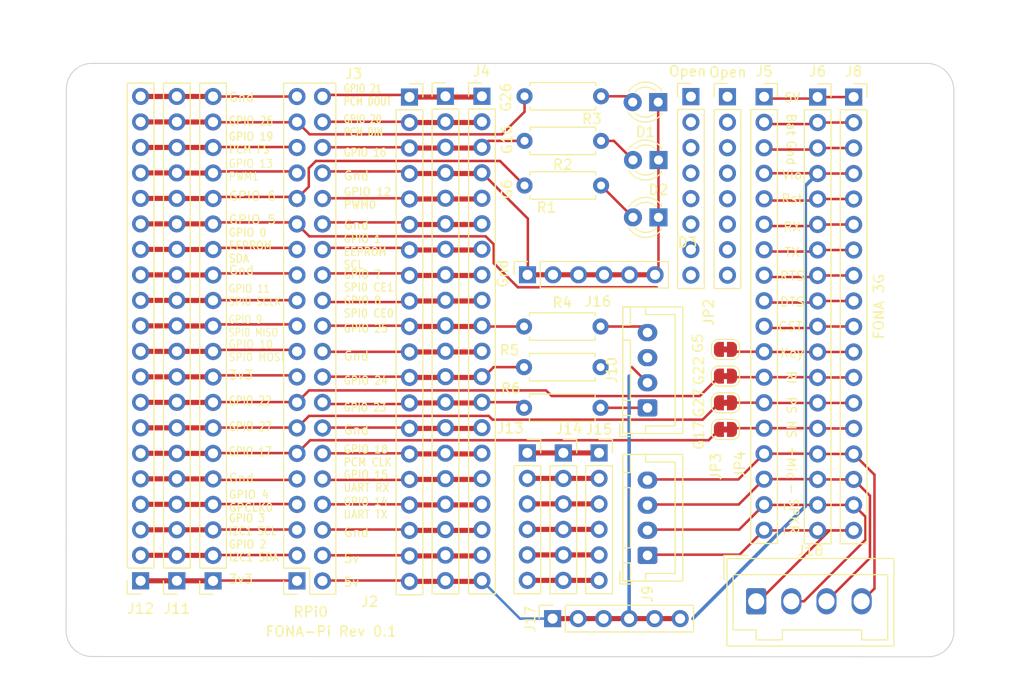
<source format=kicad_pcb>
(kicad_pcb (version 20221018) (generator pcbnew)
  (layers (0 "F.Cu" signal) (31 "B.Cu" signal) (34 "B.Paste" user) (35 "F.Paste" user) (36 "B.SilkS" user "B.Silkscreen") (37 "F.SilkS" user "F.Silkscreen") (38 "B.Mask" user) (39 "F.Mask" user) (44 "Edge.Cuts" user))
  (net 0 "")
  (net 1 "Net-(J1-Pin_2)")
  (net 2 "Net-(J1-Pin_1)")
  (net 3 "Net-(J1-Pin_4)")
  (net 4 "Net-(J1-Pin_6)")
  (net 5 "Net-(J1-Pin_8)")
  (net 6 "Net-(J1-Pin_10)")
  (net 7 "Net-(J1-Pin_12)")
  (net 8 "Net-(J1-Pin_14)")
  (net 9 "Net-(J1-Pin_16)")
  (net 10 "Net-(J1-Pin_18)")
  (net 11 "Net-(J1-Pin_3)")
  (net 12 "Net-(J1-Pin_5)")
  (net 13 "Net-(J1-Pin_7)")
  (net 14 "Net-(J1-Pin_9)")
  (net 15 "Net-(J1-Pin_11)")
  (net 16 "Net-(J1-Pin_13)")
  (net 17 "Net-(J1-Pin_17)")
  (net 18 "Net-(J1-Pin_19)")
  (net 19 "Net-(J1-Pin_20)")
  (net 20 "Net-(J2-Pin_38)")
  (net 21 "Net-(J2-Pin_30)")
  (net 22 "Net-(J2-Pin_28)")
  (net 23 "Net-(J2-Pin_26)")
  (net 24 "Net-(J2-Pin_24)")
  (net 25 "Net-(J2-Pin_16)")
  (net 26 "Net-(D1-A)")
  (net 27 "Net-(D2-A)")
  (net 28 "Net-(D3-A)")
  (net 29 "Net-(J10-Pin_2)")
  (net 30 "Net-(J10-Pin_1)")
  (net 31 "Net-(J10-Pin_4)")
  (net 32 "Net-(J18-Pin_1)")
  (net 33 "Net-(J5-Pin_1)")
  (net 34 "Net-(J5-Pin_2)")
  (net 35 "Net-(J5-Pin_3)")
  (net 36 "Net-(J5-Pin_5)")
  (net 37 "Net-(J5-Pin_8)")
  (net 38 "Net-(J5-Pin_9)")
  (net 39 "Net-(J5-Pin_10)")
  (net 40 "Net-(J5-Pin_12)")
  (net 41 "Net-(J5-Pin_13)")
  (net 42 "Net-(J5-Pin_14)")
  (net 43 "Net-(J2-Pin_14)")
  (net 44 "Net-(J2-Pin_40)")
  (net 45 "Net-(J2-Pin_36)")
  (net 46 "Net-(J2-Pin_32)")
  (net 47 "Net-(J2-Pin_20)")
  (net 48 "Net-(J2-Pin_18)")
  (net 49 "Net-(J2-Pin_22)")
  (net 50 "Net-(J13-Pin_2)")
  (net 51 "Net-(J13-Pin_3)")
  (net 52 "Net-(J13-Pin_4)")
  (net 53 "Net-(J13-Pin_5)")
  (net 54 "Net-(J13-Pin_6)")
  (net 55 "Net-(J2-Pin_12)")
  (net 56 "Net-(J2-Pin_10)")
  (net 57 "Net-(J2-Pin_8)")
  (net 58 "Net-(J2-Pin_6)")
  (net 59 "Net-(J2-Pin_4)")
  (net 60 "Net-(J18-Pin_4)")
  (net 61 "Net-(J18-Pin_3)")
  (net 62 "Net-(J18-Pin_2)")
  (net 63 "Net-(J10-Pin_3)")
  (net 64 "Net-(J13-Pin_1)")
  (net 65 "Net-(D1-K)")
  (net 66 "Net-(G5-A)")
  (net 67 "Net-(G5-B)")
  (footprint "Connector_PinSocket_2.54mm:PinSocket_1x18_P2.54mm_Vertical" (layer "F.Cu") (at 147.955 60.9346)
    (fp_text reference "J5")
    (fp_text value "Conn_01x18")
  )
  (footprint "Resistor_THT:R_Axial_DIN0207_L6.3mm_D2.5mm_P7.62mm_Horizontal" (layer "F.Cu") (at 124.1044 69.7738)
    (fp_text reference "R1")
    (fp_text value "R")
  )
  (footprint "Connector_PinSocket_2.54mm:PinSocket_1x06_P2.54mm_Vertical" (layer "F.Cu") (at 124.3838 96.4184)
    (fp_text reference "J13")
    (fp_text value "Conn_01x06_Socket")
  )
  (footprint "Jumper:SolderJumper-2_P1.3mm_Bridged_RoundedPad1.0x1.5mm" (layer "F.Cu") (at 144.1092 88.764533 180)
    (fp_text reference "JP2")
    (fp_text value "J2B")
  )
  (footprint "Connector_PinSocket_2.54mm:PinSocket_1x18_P2.54mm_Vertical" (layer "F.Cu") (at 153.2864 60.96)
    (fp_text reference "J6")
    (fp_text value "Conn_01x18_Socket")
  )
  (footprint "Resistor_THT:R_Axial_DIN0207_L6.3mm_D2.5mm_P7.62mm_Horizontal" (layer "F.Cu") (at 124.0536 91.9226)
    (fp_text reference "R6")
    (fp_text value "R")
  )
  (footprint "LED_THT:LED_D3.0mm" (layer "F.Cu") (at 137.4394 72.9488 180)
    (fp_text reference "D3")
    (fp_text value "LED")
  )
  (footprint "Jumper:SolderJumper-2_P1.3mm_Bridged_RoundedPad1.0x1.5mm" (layer "F.Cu") (at 144.1092 86.106 180)
    (fp_text reference "G5")
    (fp_text value "J2B")
  )
  (footprint "Resistor_THT:R_Axial_DIN0207_L6.3mm_D2.5mm_P7.62mm_Horizontal" (layer "F.Cu") (at 124.1044 60.8838)
    (fp_text reference "R3")
    (fp_text value "R")
  )
  (footprint "Connector_JST:JST_XH_B4B-XH-A_1x04_P2.50mm_Vertical" (layer "F.Cu") (at 136.3472 106.6292 90)
    (fp_text reference "J9")
    (fp_text value "Conn_01x04_Pin")
  )
  (footprint "Resistor_THT:R_Axial_DIN0207_L6.3mm_D2.5mm_P7.62mm_Horizontal" (layer "F.Cu") (at 131.7244 65.3288 180)
    (fp_text reference "R2")
    (fp_text value "R")
  )
  (footprint "Resistor_THT:R_Axial_DIN0207_L6.3mm_D2.5mm_P7.62mm_Horizontal" (layer "F.Cu") (at 124.0536 83.8226)
    (fp_text reference "R4")
    (fp_text value "R")
  )
  (footprint "Connector_PinHeader_2.54mm:PinHeader_1x08_P2.54mm_Vertical" (layer "F.Cu") (at 144.31 60.93)
    (fp_text reference "Open")
    (fp_text value "PinHeader_1x08_P2.54mm_Vertical")
  )
  (footprint "Connector_PinHeader_2.54mm:PinHeader_1x08_P2.54mm_Vertical" (layer "F.Cu") (at 140.67 60.92)
    (fp_text reference "Open")
    (fp_text value "PinHeader_1x08_P2.54mm_Vertical")
  )
  (footprint "MountingHole:MountingHole_2.2mm_M2" (layer "F.Cu") (at 81.36 62.34)
    (fp_text reference "REF**" hide)
    (fp_text value "MountingHole_2.2mm_M2")
  )
  (footprint "Jumper:SolderJumper-2_P1.3mm_Bridged_RoundedPad1.0x1.5mm" (layer "F.Cu") (at 144.1092 94.0816 180)
    (fp_text reference "JP4")
    (fp_text value "J2B")
  )
  (footprint "MountingHole:MountingHole_2.2mm_M2" (layer "F.Cu") (at 164.36 112.34)
    (fp_text reference "REF**" hide)
    (fp_text value "MountingHole_2.2mm_M2")
  )
  (footprint "Connector_PinSocket_2.54mm:PinSocket_1x06_P2.54mm_Vertical" (layer "F.Cu") (at 131.5238 96.4184)
    (fp_text reference "J15")
    (fp_text value "Conn_01x06_Socket")
  )
  (footprint "Resistor_THT:R_Axial_DIN0207_L6.3mm_D2.5mm_P7.62mm_Horizontal" (layer "F.Cu") (at 124.0536 87.8726)
    (fp_text reference "R5")
    (fp_text value "R")
  )
  (footprint "Connector_PinSocket_2.54mm:PinSocket_2x20_P2.54mm_Vertical" (layer "F.Cu") (at 101.4476 109.1692 180)
    (fp_text reference "J2")
    (fp_text value "Conn_02x20_Odd_Even")
  )
  (footprint "LED_THT:LED_D3.0mm" (layer "F.Cu") (at 137.4444 67.2338 180)
    (fp_text reference "D2")
    (fp_text value "LED")
  )
  (footprint "MountingHole:MountingHole_2.2mm_M2" (layer "F.Cu") (at 164.36 62.34)
    (fp_text reference "REF**" hide)
    (fp_text value "MountingHole_2.2mm_M2")
  )
  (footprint "Connector_PinHeader_2.54mm:PinHeader_1x20_P2.54mm_Vertical" (layer "F.Cu") (at 119.8626 60.8838)
    (fp_text reference "J4")
    (fp_text value "Conn_01x20_Socket")
  )
  (footprint "Connector_PinSocket_2.54mm:PinSocket_1x06_P2.54mm_Vertical" (layer "F.Cu") (at 126.8984 112.9284 90)
    (fp_text reference "J17")
    (fp_text value "Conn_01x06_Socket")
  )
  (footprint "Connector_PinSocket_2.54mm:PinSocket_1x20_P2.54mm_Vertical" (layer "F.Cu") (at 89.4868 109.16 180)
    (fp_text reference "J11")
    (fp_text value "Conn_01x20_Socket")
  )
  (footprint "Connector_PinSocket_2.54mm:PinSocket_1x20_P2.54mm_Vertical" (layer "F.Cu") (at 85.8774 109.16 180)
    (fp_text reference "J12")
    (fp_text value "Conn_01x20_Socket")
  )
  (footprint "Connector_PinSocket_2.54mm:PinSocket_1x20_P2.54mm_Vertical" (layer "F.Cu") (at 93.091 109.1692 180)
    (fp_text reference "J1" hide)
    (fp_text value "Conn_01x20_Socket" hide)
  )
  (footprint "Connector_PinSocket_2.54mm:PinSocket_1x18_P2.54mm_Vertical" (layer "F.Cu") (at 156.8704 60.96)
    (fp_text reference "J8")
    (fp_text value "Conn_01x18")
  )
  (footprint "MountingHole:MountingHole_2.2mm_M2" (layer "F.Cu") (at 81.36 112.34)
    (fp_text reference "REF**" hide)
    (fp_text value "MountingHole_2.2mm_M2")
  )
  (footprint "Jumper:SolderJumper-2_P1.3mm_Bridged_RoundedPad1.0x1.5mm" (layer "F.Cu") (at 144.1092 91.423066 180)
    (fp_text reference "JP3")
    (fp_text value "J2B")
  )
  (footprint "Connector_JST:JST_XH_B4B-XH-A_1x04_P2.50mm_Vertical" (layer "F.Cu") (at 136.3472 91.9296 90)
    (fp_text reference "J10")
    (fp_text value "Conn_01x04_Pin")
  )
  (footprint "Connector_PinSocket_2.54mm:PinSocket_1x06_P2.54mm_Vertical" (layer "F.Cu") (at 124.4 78.67 90)
    (fp_text reference "J16")
    (fp_text value "Conn_01x06_Socket")
  )
  (footprint "Connector_PinSocket_2.54mm:PinSocket_1x20_P2.54mm_Vertical" (layer "F.Cu") (at 112.649 60.96)
    (fp_text reference "J3")
    (fp_text value "Conn_01x20_Socket")
  )
  (footprint "Connector_PinHeader_2.54mm:PinHeader_1x20_P2.54mm_Vertical" (layer "F.Cu") (at 116.2304 60.8838)
    (fp_text reference "J7" hide)
    (fp_text value "Conn_01x20_Socket")
  )
  (footprint "LED_THT:LED_D3.0mm" (layer "F.Cu") (at 137.414 61.468 180)
    (fp_text reference "D1")
    (fp_text value "LED")
  )
  (footprint "Connector_PinSocket_2.54mm:PinSocket_1x06_P2.54mm_Vertical" (layer "F.Cu") (at 127.9678 96.4184)
    (fp_text reference "J14")
    (fp_text value "Conn_01x06_Socket")
  )
  (footprint "Connector_Wago:Wago_734-134_1x04_P3.50mm_Vertical" (layer "F.Cu") (at 147.1676 111.2012)
    (fp_text reference "J18")
    (fp_text value "Conn_01x04")
  )
  (gr_line (start 164.1856 57.6072) (end 81.026001 57.6072) (stroke (width 0.1)) (layer "Edge.Cuts"))
  (gr_arc (start 164.156186 57.6072) (mid 166.06 58.395786) (end 166.848586 60.2996) (stroke (width 0.1)) (layer "Edge.Cuts"))
  (gr_arc (start 166.850891 114.163846) (mid 166.116 115.9764) (end 164.310892 116.729372) (stroke (width 0.1)) (layer "Edge.Cuts"))
  (gr_arc (start 81.026001 116.703971) (mid 79.220903 115.961504) (end 78.460602 114.163846) (stroke (width 0.1)) (layer "Edge.Cuts"))
  (gr_line (start 166.850891 114.163846) (end 166.850891 60.2996) (stroke (width 0.1)) (layer "Edge.Cuts"))
  (gr_line (start 78.486001 60.1472) (end 78.460602 114.163846) (stroke (width 0.1)) (layer "Edge.Cuts"))
  (gr_arc (start 78.486001 60.1472) (mid 79.22995 58.351149) (end 81.026001 57.6072) (stroke (width 0.1)) (layer "Edge.Cuts"))
  (gr_line (start 81.026001 116.703971) (end 164.310892 116.729372) (stroke (width 0.1)) (layer "Edge.Cuts"))
  (gr_text "GPIO 9\nSPI0 MISO" (at 94.5896 84.8868) (layer "F.SilkS") (effects (font (size 0.8001 0.635) (thickness 0.0889) bold) (justify left bottom)))
  (gr_text "RTS" (at 149.4536 78.7908) (layer "F.SilkS") (effects (font (size 0.89408 0.89408) (thickness 0.12192)) (justify left)))
  (gr_text "Gnd" (at 94.5896 60.9854) (layer "F.SilkS") (effects (font (size 0.89408 0.89408) (thickness 0.12192)) (justify left)))
  (gr_text "PS" (at 150.130546 91.6686 -90) (layer "F.SilkS") (effects (font (size 0.89408 0.89408) (thickness 0.12192)) (justify bottom)))
  (gr_text "5v" (at 106.0196 109.2962) (layer "F.SilkS") (effects (font (size 0.89408 0.89408) (thickness 0.12192)) (justify left)))
  (gr_text "G22" (at 142.05 89.77326 90) (layer "F.SilkS") (effects (font (size 1 1)) (justify left bottom)))
  (gr_text "NS" (at 150.130546 94.0816 -90) (layer "F.SilkS") (effects (font (size 0.89408 0.89408) (thickness 0.12192)) (justify bottom)))
  (gr_text "GPIO 17" (at 94.5896 96.2914) (layer "F.SilkS") (effects (font (size 0.89408 0.6858) (thickness 0.12192)) (justify left)))
  (gr_text "GPIO 20\nPCM DIN" (at 106.0196 64.9224) (layer "F.SilkS") (effects (font (size 0.8001 0.6096) (thickness 0.12192)) (justify left bottom)))
  (gr_text "GPIO 11\nSPI0 SCLK" (at 94.5896 81.8134) (layer "F.SilkS") (effects (font (size 0.8001 0.6604) (thickness 0.1016)) (justify left bottom)))
  (gr_text "GPIO 13\nPWM1" (at 94.5896 69.342) (layer "F.SilkS") (effects (font (size 0.8001 0.7112) (thickness 0.0889) bold) (justify left bottom)))
  (gr_text "G16" (at 122.936 66.7512 90) (layer "F.SilkS") (effects (font (size 1 1)) (justify left bottom)))
  (gr_text "GPIO 4\nGPCLK0" (at 94.5896 102.3366) (layer "F.SilkS") (effects (font (size 0.8001 0.762) (thickness 0.12192)) (justify left bottom)))
  (gr_text "GPIO 0\nEEPROM\nSDA\n" (at 94.5896 77.5208) (layer "F.SilkS") (effects (font (size 0.8001 0.7112) (thickness 0.12192)) (justify left bottom)))
  (gr_text "G26" (at 122.8344 62.5348 90) (layer "F.SilkS") (effects (font (size 1 1)) (justify left bottom)))
  (gr_text "Gnd" (at 106.0196 86.7664) (layer "F.SilkS") (effects (font (size 0.89408 0.89408) (thickness 0.12192)) (justify left)))
  (gr_text "SPKR" (at 150.384546 102.7176 -90) (layer "F.SilkS") (effects (font (size 0.89408 0.89408) (thickness 0.12192)) (justify bottom)))
  (gr_text "G17" (at 142.05 96.21 90) (layer "F.SilkS") (effects (font (size 1 1)) (justify left bottom)))
  (gr_text "GPIO 7\nSPI0 CE1" (at 106.0196 80.391) (layer "F.SilkS") (effects (font (size 0.8001 0.7112) (thickness 0.12192)) (justify left bottom)))
  (gr_text "RX" (at 149.794202 73.914) (layer "F.SilkS") (effects (font (size 0.89408 0.89408) (thickness 0.12192)) (justify left)))
  (gr_text "GPIO 16" (at 106.0196 66.4972) (layer "F.SilkS") (effects (font (size 0.8001 0.6858) (thickness 0.12192)) (justify left)))
  (gr_text "-" (at 150.0378 103.5812 -90) (layer "F.SilkS") (effects (font (size 0.89408 0.89408) (thickness 0.12192)) (justify left)))
  (gr_text "FONA 3G\n" (at 159.9692 85.1916 90) (layer "F.SilkS") (effects (font (size 1 1)) (justify left bottom)))
  (gr_text "GPIO 26" (at 94.5896 63.881) (layer "F.SilkS") (effects (font (size 0.89408 0.7112) (thickness 0.12192)) (justify left bottom)))
  (gr_text "GPIO 8\nSPI0 CE0" (at 106.0196 82.9818) (layer "F.SilkS") (effects (font (size 0.8001 0.7112) (thickness 0.12192)) (justify left bottom)))
  (gr_text "Gnd" (at 106.0196 73.7108) (layer "F.SilkS") (effects (font (size 0.89408 0.89408) (thickness 0.12192)) (justify left)))
  (gr_text "Gnd" (at 122.5296 80.0608 90) (layer "F.SilkS") (effects (font (size 1 1)) (justify left bottom)))
  (gr_text "FONA-Pi Rev 0.1" (at 98.23 114.79) (layer "F.SilkS") (effects (font (size 1 1)) (justify left bottom)))
  (gr_text "Vio" (at 149.666476 68.707) (layer "F.SilkS") (effects (font (size 0.89408 0.89408) (thickness 0.12192)) (justify left)))
  (gr_text "RPi0" (at 101 112.85) (layer "F.SilkS") (effects (font (size 1 1)) (justify left bottom)))
  (gr_text "CST" (at 149.285 83.8246) (layer "F.SilkS") (effects (font (size 0.89408 0.89408) (thickness 0.12192)) (justify left)))
  (gr_text "Bat" (at 150.130546 63.7032 -90) (layer "F.SilkS") (effects (font (size 0.89408 0.89408) (thickness 0.12192)) (justify bottom)))
  (gr_text "GPIO 3\nI2C1 SCL" (at 94.5896 104.6734) (layer "F.SilkS") (effects (font (size 0.8001 0.6858) (thickness 0.12192)) (justify left bottom)))
  (gr_text "5V" (at 149.858065 61.0362) (layer "F.SilkS") (effects (font (size 0.89408 0.89408) (thickness 0.12192)) (justify left)))
  (gr_text "5v" (at 106.0196 106.934) (layer "F.SilkS") (effects (font (size 0.89408 0.89408) (thickness 0.12192)) (justify left)))
  (gr_text "-" (at 150.729986 99.3648 -90) (layer "F.SilkS") (effects (font (size 0.89408 0.89408) (thickness 0.12192)) (justify left)))
  (gr_text "Gnd" (at 94.5896 98.933) (layer "F.SilkS") (effects (font (size 0.89408 0.89408) (thickness 0.1143)) (justify left)))
  (gr_text "RI" (at 150.130546 88.9 -90) (layer "F.SilkS") (effects (font (size 0.89408 0.89408) (thickness 0.12192)) (justify bottom)))
  (gr_text "3v3\n" (at 94.5896 88.646) (layer "F.SilkS") (effects (font (size 0.89408 0.89408) (thickness 0.12192)) (justify left)))
  (gr_text "GPIO 12\nPWM0" (at 106.0196 72.1614) (layer "F.SilkS") (effects (font (size 0.8001 0.762) (thickness 0.12192)) (justify left bottom)))
  (gr_text "DTS" (at 149.4536 81.3816) (layer "F.SilkS") (effects (font (size 0.89408 0.89408) (thickness 0.12192)) (justify left)))
  (gr_text "Gnd\n" (at 106.0196 104.3432) (layer "F.SilkS") (effects (font (size 0.89408 0.89408) (thickness 0.12192)) (justify left)))
  (gr_text "Mic" (at 150.130546 97.9678 -90) (layer "F.SilkS") (effects (font (size 0.89408 0.89408) (thickness 0.12192)) (justify bottom)))
  (gr_text "GPIO 24\n" (at 106.0196 89.2048) (layer "F.SilkS") (effects (font (size 0.8001 0.7112) (thickness 0.12192)) (justify left)))
  (gr_text "GPIO 14\nUART TX\n" (at 106.0196 103.0224) (layer "F.SilkS") (effects (font (size 0.8001 0.7112) (thickness 0.1143)) (justify left bottom)))
  (gr_text "Gnd" (at 106.0196 68.8086) (layer "F.SilkS") (effects (font (size 0.89408 0.89408) (thickness 0.12192)) (justify left)))
  (gr_text "GPIO 2\nI2C1 SDA" (at 94.5896 107.2896) (layer "F.SilkS") (effects (font (size 0.8001 0.7112) (thickness 0.127) bold) (justify left bottom)))
  (gr_text "GPIO 21\nPCM DOUT" (at 106.0196 61.8744) (layer "F.SilkS") (effects (font (size 0.8001 0.6096) (thickness 0.12192)) (justify left bottom)))
  (gr_text "3v3" (at 94.5896 108.9914) (layer "F.SilkS") (effects (font (size 0.89408 0.89408) (thickness 0.12192)) (justify left)))
  (gr_text "GPIO 15\nUART RX" (at 106.0196 99.2378) (layer "F.SilkS") (effects (font (size 0.8001 0.7112) (thickness 0.1143)) (justify left)))
  (gr_text "GPIO 23" (at 106.0196 91.8972) (layer "F.SilkS") (effects (font (size 0.8001 0.6858) (thickness 0.12192)) (justify left)))
  (gr_text "Gnd" (at 106.0196 94.1324) (layer "F.SilkS") (effects (font (size 0.89408 0.89408) (thickness 0.12192)) (justify left)))
  (gr_text "GPIO 25\n" (at 108.302213 84.4804) (layer "F.SilkS") (effects (font (size 0.8001 0.7112) (thickness 0.12192)) (justify bottom)))
  (gr_text "TX" (at 149.90064 76.4286) (layer "F.SilkS") (effects (font (size 0.89408 0.89408) (thickness 0.12192)) (justify left)))
  (gr_text "GPIO 22" (at 94.5896 91.2368) (layer "F.SilkS") (effects (font (size 0.89408 0.6858) (thickness 0.12192)) (justify left)))
  (gr_text "GPIO 18\nPCM CLK" (at 106.0196 96.6978) (layer "F.SilkS") (effects (font (size 0.8001 0.7112) (thickness 0.12192)) (justify left)))
  (gr_text "+" (at 150.113516 96.1898) (layer "F.SilkS") (effects (font (size 0.89408 0.89408) (thickness 0.12192)) (justify left)))
  (gr_text "+" (at 149.352 101.7016) (layer "F.SilkS") (effects (font (size 0.89408 0.89408) (thickness 0.12192)) (justify left)))
  (gr_text "GPIO 27" (at 94.5896 93.8022) (layer "F.SilkS") (effects (font (size 0.89408 0.69088) (thickness 0.12192)) (justify left)))
  (gr_text "G6" (at 122.936 71.2216 90) (layer "F.SilkS") (effects (font (size 1 1)) (justify left bottom)))
  (gr_text "Key" (at 150.729986 86.995) (layer "F.SilkS") (effects (font (size 0.89408 0.89408) (thickness 0.12192)) (justify bottom)))
  (gr_text "GPIO 1\nEEPROM\nSCL" (at 106.0196 76.3778) (layer "F.SilkS") (effects (font (size 0.8001 0.7112) (thickness 0.12192)) (justify left)))
  (gr_text "G27" (at 142.05 92.99163 90) (layer "F.SilkS") (effects (font (size 1 1)) (justify left bottom)))
  (gr_text "GPIO 6" (at 94.5896 70.8152) (layer "F.SilkS") (effects (font (size 0.89408 0.89408) (thickness 0.12192)) (justify left)))
  (gr_text "GPIO 10\nSPI0 MOSI" (at 94.5896 87.3506) (layer "F.SilkS") (effects (font (size 0.8001 0.7112) (thickness 0.0889) bold) (justify left bottom)))
  (gr_text "GPIO 5" (at 94.5896 73.1774) (layer "F.SilkS") (effects (font (size 0.89408 0.89408) (thickness 0.12192)) (justify left)))
  (gr_text "Gnd" (at 94.5896 78.74) (layer "F.SilkS") (effects (font (size 0.89408 0.89408) (thickness 0.12192)) (justify left bottom)))
  (gr_text "Rst" (at 149.602613 71.0946) (layer "F.SilkS") (effects (font (size 0.89408 0.89408) (thickness 0.12192)) (justify left)))
  (gr_text "Gnd" (at 150.130546 66.5226 -90) (layer "F.SilkS") (effects (font (size 0.89408 0.89408) (thickness 0.12192)) (justify bottom)))
  (gr_text "GPIO 19\nPCM FS" (at 94.5896 66.6496) (layer "F.SilkS") (effects (font (size 0.8001 0.7112) (thickness 0.12192)) (justify left bottom)))
  (segment (start 93.091 106.6292) (end 89.496 106.6292) (width 0.508) (layer "F.Cu") (net 1))
  (segment (start 89.496 106.6292) (end 89.4868 106.62) (width 0.508) (layer "F.Cu") (net 1))
  (segment (start 92.8116 106.5946) (end 101.4476 106.5946) (width 0.25) (layer "F.Cu") (net 1))
  (segment (start 89.4868 106.62) (end 85.8774 106.62) (width 0.508) (layer "F.Cu") (net 1))
  (segment (start 89.4868 109.16) (end 93.0818 109.16) (width 0.508) (layer "F.Cu") (net 2))
  (segment (start 93.0818 109.16) (end 93.091 109.1692) (width 0.508) (layer "F.Cu") (net 2))
  (segment (start 85.8774 109.16) (end 89.4868 109.16) (width 0.508) (layer "F.Cu") (net 2))
  (segment (start 101.4476 109.1346) (end 92.8116 109.1346) (width 0.25) (layer "F.Cu") (net 2))
  (segment (start 93.091 101.5492) (end 89.496 101.5492) (width 0.508) (layer "F.Cu") (net 3))
  (segment (start 89.496 101.5492) (end 89.4868 101.54) (width 0.508) (layer "F.Cu") (net 3))
  (segment (start 85.9882 101.54) (end 89.4868 101.54) (width 0.508) (layer "F.Cu") (net 3))
  (segment (start 92.8116 101.5146) (end 101.4476 101.5146) (width 0.25) (layer "F.Cu") (net 3))
  (segment (start 89.496 96.4692) (end 89.4868 96.46) (width 0.508) (layer "F.Cu") (net 4))
  (segment (start 143.42002 94.1644) (end 142.42942 95.155) (width 0.25) (layer "F.Cu") (net 4))
  (segment (start 142.42942 95.155) (end 102.7618 95.155) (width 0.25) (layer "F.Cu") (net 4))
  (segment (start 85.8774 96.46) (end 89.4868 96.46) (width 0.508) (layer "F.Cu") (net 4))
  (segment (start 92.8116 96.4346) (end 101.4476 96.4346) (width 0.25) (layer "F.Cu") (net 4))
  (segment (start 93.091 96.4692) (end 89.496 96.4692) (width 0.508) (layer "F.Cu") (net 4))
  (segment (start 102.7618 95.155) (end 101.4476 96.4692) (width 0.25) (layer "F.Cu") (net 4))
  (segment (start 141.54662 90.7546) (end 126.812591 90.7546) (width 0.25) (layer "F.Cu") (net 5))
  (segment (start 102.648 90.1888) (end 101.4476 91.3892) (width 0.25) (layer "F.Cu") (net 5))
  (segment (start 93.091 91.3892) (end 89.496 91.3892) (width 0.508) (layer "F.Cu") (net 5))
  (segment (start 126.812591 90.7546) (end 126.246791 90.1888) (width 0.25) (layer "F.Cu") (net 5))
  (segment (start 92.8116 91.3546) (end 101.4476 91.3546) (width 0.25) (layer "F.Cu") (net 5))
  (segment (start 85.8774 91.38) (end 89.4868 91.38) (width 0.508) (layer "F.Cu") (net 5))
  (segment (start 126.246791 90.1888) (end 102.648 90.1888) (width 0.25) (layer "F.Cu") (net 5))
  (segment (start 89.496 91.3892) (end 89.4868 91.38) (width 0.508) (layer "F.Cu") (net 5))
  (segment (start 143.42002 88.8812) (end 141.54662 90.7546) (width 0.25) (layer "F.Cu") (net 5))
  (segment (start 85.8774 86.3) (end 89.4868 86.3) (width 0.508) (layer "F.Cu") (net 6))
  (segment (start 92.837 86.1496) (end 101.473 86.1496) (width 0.25) (layer "F.Cu") (net 6))
  (segment (start 89.4868 86.3) (end 93.0818 86.3) (width 0.508) (layer "F.Cu") (net 6))
  (segment (start 93.0818 86.3) (end 93.091 86.3092) (width 0.508) (layer "F.Cu") (net 6))
  (segment (start 85.8774 81.22) (end 89.4868 81.22) (width 0.508) (layer "F.Cu") (net 7))
  (segment (start 93.0656 81.2038) (end 101.473 81.2038) (width 0.25) (layer "F.Cu") (net 7))
  (segment (start 93.091 81.2292) (end 89.496 81.2292) (width 0.508) (layer "F.Cu") (net 7))
  (segment (start 89.496 81.2292) (end 89.4868 81.22) (width 0.508) (layer "F.Cu") (net 7))
  (segment (start 89.496 76.1492) (end 89.4868 76.14) (width 0.508) (layer "F.Cu") (net 8))
  (segment (start 101.473 75.9896) (end 92.837 75.9896) (width 0.25) (layer "F.Cu") (net 8))
  (segment (start 93.091 76.1492) (end 89.496 76.1492) (width 0.508) (layer "F.Cu") (net 8))
  (segment (start 85.8774 76.14) (end 89.4868 76.14) (width 0.508) (layer "F.Cu") (net 8))
  (segment (start 102.6226 68.042499) (end 102.6226 69.8942) (width 0.25) (layer "F.Cu") (net 9))
  (segment (start 93.091 71.0692) (end 89.496 71.0692) (width 0.508) (layer "F.Cu") (net 9))
  (segment (start 89.496 71.0692) (end 89.4868 71.06) (width 0.508) (layer "F.Cu") (net 9))
  (segment (start 103.336299 67.3288) (end 102.6226 68.042499) (width 0.25) (layer "F.Cu") (net 9))
  (segment (start 102.6226 69.8942) (end 101.4476 71.0692) (width 0.25) (layer "F.Cu") (net 9))
  (segment (start 85.8774 71.06) (end 89.4868 71.06) (width 0.508) (layer "F.Cu") (net 9))
  (segment (start 124.1044 69.7738) (end 121.6594 67.3288) (width 0.25) (layer "F.Cu") (net 9))
  (segment (start 92.837 70.9096) (end 101.473 70.9096) (width 0.25) (layer "F.Cu") (net 9))
  (segment (start 121.6594 67.3288) (end 103.336299 67.3288) (width 0.25) (layer "F.Cu") (net 9))
  (segment (start 85.8774 65.98) (end 89.4868 65.98) (width 0.508) (layer "F.Cu") (net 10))
  (segment (start 89.4868 65.98) (end 93.0818 65.98) (width 0.508) (layer "F.Cu") (net 10))
  (segment (start 93.0818 65.98) (end 93.091 65.9892) (width 0.508) (layer "F.Cu") (net 10))
  (segment (start 92.429519 65.9404) (end 100.843919 65.9404) (width 0.25) (layer "F.Cu") (net 10))
  (segment (start 85.8774 104.08) (end 89.4868 104.08) (width 0.508) (layer "F.Cu") (net 11))
  (segment (start 101.4476 104.0546) (end 92.8116 104.0546) (width 0.25) (layer "F.Cu") (net 11))
  (segment (start 93.0818 104.08) (end 93.091 104.0892) (width 0.508) (layer "F.Cu") (net 11))
  (segment (start 89.4868 104.08) (end 93.0818 104.08) (width 0.508) (layer "F.Cu") (net 11))
  (segment (start 93.091 99.0092) (end 89.496 99.0092) (width 0.508) (layer "F.Cu") (net 12))
  (segment (start 101.4476 99.1088) (end 92.8116 99.1088) (width 0.25) (layer "F.Cu") (net 12))
  (segment (start 89.496 99.0092) (end 89.4868 99) (width 0.508) (layer "F.Cu") (net 12))
  (segment (start 85.8774 99) (end 89.4868 99) (width 0.508) (layer "F.Cu") (net 12))
  (segment (start 141.83822 93.1046) (end 120.915101 93.1046) (width 0.25) (layer "F.Cu") (net 13))
  (segment (start 102.648 92.7288) (end 101.4476 93.9292) (width 0.25) (layer "F.Cu") (net 13))
  (segment (start 89.4868 93.92) (end 85.8774 93.92) (width 0.508) (layer "F.Cu") (net 13))
  (segment (start 89.4868 93.92) (end 93.0818 93.92) (width 0.508) (layer "F.Cu") (net 13))
  (segment (start 143.42002 91.5228) (end 141.83822 93.1046) (width 0.25) (layer "F.Cu") (net 13))
  (segment (start 120.539301 92.7288) (end 102.648 92.7288) (width 0.25) (layer "F.Cu") (net 13))
  (segment (start 101.4476 93.8946) (end 92.8116 93.8946) (width 0.25) (layer "F.Cu") (net 13))
  (segment (start 93.0818 93.92) (end 93.091 93.9292) (width 0.508) (layer "F.Cu") (net 13))
  (segment (start 120.915101 93.1046) (end 120.539301 92.7288) (width 0.25) (layer "F.Cu") (net 13))
  (segment (start 89.4868 88.84) (end 93.0818 88.84) (width 0.508) (layer "F.Cu") (net 14))
  (segment (start 93.0818 88.84) (end 93.091 88.8492) (width 0.508) (layer "F.Cu") (net 14))
  (segment (start 89.4868 88.84) (end 85.8774 88.84) (width 0.508) (layer "F.Cu") (net 14))
  (segment (start 101.473 88.6896) (end 92.837 88.6896) (width 0.25) (layer "F.Cu") (net 14))
  (segment (start 89.496 83.7692) (end 89.4868 83.76) (width 0.508) (layer "F.Cu") (net 15))
  (segment (start 101.473 83.6096) (end 92.837 83.6096) (width 0.25) (layer "F.Cu") (net 15))
  (segment (start 93.091 83.7692) (end 89.496 83.7692) (width 0.508) (layer "F.Cu") (net 15))
  (segment (start 85.8774 83.76) (end 89.4868 83.76) (width 0.508) (layer "F.Cu") (net 15))
  (segment (start 89.4868 78.68) (end 85.8774 78.68) (width 0.508) (layer "F.Cu") (net 16))
  (segment (start 89.496 78.6892) (end 89.4868 78.68) (width 0.508) (layer "F.Cu") (net 16))
  (segment (start 93.091 78.6892) (end 89.496 78.6892) (width 0.508) (layer "F.Cu") (net 16))
  (segment (start 92.837 78.5296) (end 101.473 78.5296) (width 0.25) (layer "F.Cu") (net 16))
  (segment (start 89.496 68.5292) (end 89.4868 68.52) (width 0.508) (layer "F.Cu") (net 17))
  (segment (start 89.4868 68.52) (end 85.8774 68.52) (width 0.508) (layer "F.Cu") (net 17))
  (segment (start 93.091 68.5292) (end 89.496 68.5292) (width 0.508) (layer "F.Cu") (net 17))
  (segment (start 101.473 68.3696) (end 92.837 68.3696) (width 0.25) (layer "F.Cu") (net 17))
  (segment (start 101.473 63.2896) (end 101.286 63.4766) (width 0.25) (layer "F.Cu") (net 18))
  (segment (start 89.496 63.4492) (end 89.4868 63.44) (width 0.508) (layer "F.Cu") (net 18))
  (segment (start 101.286 63.4766) (end 93.024 63.4766) (width 0.25) (layer "F.Cu") (net 18))
  (segment (start 124.1044 62.430209) (end 124.1044 60.8838) (width 0.25) (layer "F.Cu") (net 18))
  (segment (start 93.091 63.4492) (end 89.496 63.4492) (width 0.508) (layer "F.Cu") (net 18))
  (segment (start 101.473 63.44) (end 102.708 64.675) (width 0.25) (layer "F.Cu") (net 18))
  (segment (start 121.859609 64.675) (end 124.1044 62.430209) (width 0.25) (layer "F.Cu") (net 18))
  (segment (start 102.708 64.675) (end 121.859609 64.675) (width 0.25) (layer "F.Cu") (net 18))
  (segment (start 85.8774 63.44) (end 89.4868 63.44) (width 0.508) (layer "F.Cu") (net 18))
  (segment (start 85.8774 60.9) (end 89.4868 60.9) (width 0.508) (layer "F.Cu") (net 19))
  (segment (start 89.4868 60.9) (end 89.496 60.9092) (width 0.25) (layer "F.Cu") (net 19))
  (segment (start 93.091 60.9092) (end 101.4638 60.9092) (width 0.25) (layer "F.Cu") (net 19))
  (segment (start 89.4868 60.9) (end 93.0818 60.9) (width 0.25) (layer "F.Cu") (net 19))
  (segment (start 93.0818 60.9) (end 93.091 60.9092) (width 0.25) (layer "F.Cu") (net 19))
  (segment (start 85.8774 60.9) (end 93.0818 60.9) (width 0.508) (layer "F.Cu") (net 19))
  (segment (start 119.8626 63.5) (end 116.2304 63.5) (width 0.508) (layer "F.Cu") (net 20))
  (segment (start 112.649 63.5) (end 116.2304 63.5) (width 0.508) (layer "F.Cu") (net 20))
  (segment (start 104.013 63.4238) (end 112.6144 63.4238) (width 0.25) (layer "F.Cu") (net 20))
  (segment (start 104.013 73.4496) (end 112.649 73.4496) (width 0.25) (layer "F.Cu") (net 21))
  (segment (start 116.2304 73.66) (end 119.8626 73.66) (width 0.508) (layer "F.Cu") (net 21))
  (segment (start 116.2304 73.66) (end 112.649 73.66) (width 0.508) (layer "F.Cu") (net 21))
  (segment (start 112.649 75.9896) (end 104.013 75.9896) (width 0.25) (layer "F.Cu") (net 22))
  (segment (start 119.8626 76.2) (end 116.2304 76.2) (width 0.508) (layer "F.Cu") (net 22))
  (segment (start 112.649 76.2) (end 116.2304 76.2) (width 0.508) (layer "F.Cu") (net 22))
  (segment (start 116.2304 78.74) (end 112.649 78.74) (width 0.508) (layer "F.Cu") (net 23))
  (segment (start 119.8626 78.74) (end 116.2304 78.74) (width 0.508) (layer "F.Cu") (net 23))
  (segment (start 104.013 78.5296) (end 112.649 78.5296) (width 0.25) (layer "F.Cu") (net 23))
  (segment (start 112.649 81.3888) (end 104.198 81.3888) (width 0.25) (layer "F.Cu") (net 24))
  (segment (start 119.8626 81.28) (end 116.2304 81.28) (width 0.508) (layer "F.Cu") (net 24))
  (segment (start 112.649 81.28) (end 116.2304 81.28) (width 0.508) (layer "F.Cu") (net 24))
  (segment (start 123.4948 91.3638) (end 124.0536 91.9226) (width 0.25) (layer "F.Cu") (net 25))
  (segment (start 112.649 91.44) (end 116.2304 91.44) (width 0.508) (layer "F.Cu") (net 25))
  (segment (start 119.8626 91.3638) (end 119.8626 91.44) (width 0.25) (layer "F.Cu") (net 25))
  (segment (start 119.8626 91.3638) (end 123.4948 91.3638) (width 0.25) (layer "F.Cu") (net 25))
  (segment (start 119.8626 91.44) (end 116.2304 91.44) (width 0.508) (layer "F.Cu") (net 25))
  (segment (start 112.649 91.5488) (end 104.0476 91.5488) (width 0.25) (layer "F.Cu") (net 25))
  (segment (start 131.7244 60.8838) (end 134.2898 60.8838) (width 0.25) (layer "F.Cu") (net 26))
  (segment (start 134.2898 60.8838) (end 134.874 61.468) (width 0.25) (layer "F.Cu") (net 26))
  (segment (start 132.9994 65.3288) (end 134.9044 67.2338) (width 0.25) (layer "F.Cu") (net 27))
  (segment (start 131.7244 65.3288) (end 132.9994 65.3288) (width 0.25) (layer "F.Cu") (net 27))
  (segment (start 134.8994 72.9488) (end 131.7244 69.7738) (width 0.25) (layer "F.Cu") (net 28))
  (segment (start 134.7902 87.8726) (end 136.3472 89.4296) (width 0.25) (layer "F.Cu") (net 29))
  (segment (start 131.6736 91.9226) (end 137.0076 91.9226) (width 0.25) (layer "F.Cu") (net 30))
  (segment (start 131.6736 83.8226) (end 136.8648 83.8226) (width 0.25) (layer "F.Cu") (net 31))
  (segment (start 154.4828 104.14) (end 156.8704 104.14) (width 0.25) (layer "F.Cu") (net 32))
  (segment (start 153.2864 104.14) (end 156.8704 104.14) (width 0.25) (layer "F.Cu") (net 32))
  (segment (start 145.5096 106.56) (end 147.955 104.1146) (width 0.25) (layer "F.Cu") (net 32))
  (segment (start 147.5361 111.0867) (end 154.4828 104.14) (width 0.25) (layer "F.Cu") (net 32))
  (segment (start 147.2925 111.0867) (end 147.5361 111.0867) (width 0.25) (layer "F.Cu") (net 32))
  (segment (start 137.16 106.56) (end 145.5096 106.56) (width 0.25) (layer "F.Cu") (net 32))
  (segment (start 153.2864 104.14) (end 147.9804 104.14) (width 0.25) (layer "F.Cu") (net 32))
  (segment (start 152.6006 61.1124) (end 148.0006 61.1124) (width 0.25) (layer "F.Cu") (net 33))
  (segment (start 153.2864 60.96) (end 156.8704 60.96) (width 0.25) (layer "F.Cu") (net 33))
  (segment (start 156.8704 63.5) (end 153.2864 63.5) (width 0.25) (layer "F.Cu") (net 34))
  (segment (start 148.0006 63.6524) (end 152.6006 63.6524) (width 0.25) (layer "F.Cu") (net 34))
  (segment (start 152.6006 66.1924) (end 148.0006 66.1924) (width 0.25) (layer "F.Cu") (net 35))
  (segment (start 153.2864 66.04) (end 156.8704 66.04) (width 0.25) (layer "F.Cu") (net 35))
  (segment (start 152.6006 71.2724) (end 148.0006 71.2724) (width 0.25) (layer "F.Cu") (net 36))
  (segment (start 153.2864 71.12) (end 156.8704 71.12) (width 0.25) (layer "F.Cu") (net 36))
  (segment (start 148.0006 78.8924) (end 152.6006 78.8924) (width 0.25) (layer "F.Cu") (net 37))
  (segment (start 153.2864 78.74) (end 156.8704 78.74) (width 0.25) (layer "F.Cu") (net 37))
  (segment (start 152.6006 81.4324) (end 148.0006 81.4324) (width 0.25) (layer "F.Cu") (net 38))
  (segment (start 156.8704 81.28) (end 153.2864 81.28) (width 0.25) (layer "F.Cu") (net 38))
  (segment (start 153.2864 83.82) (end 156.8704 83.82) (width 0.25) (layer "F.Cu") (net 39))
  (segment (start 148.0006 83.9724) (end 152.6006 83.9724) (width 0.25) (layer "F.Cu") (net 39))
  (segment (start 144.5156 88.8746) (end 147.955 88.8746) (width 0.25) (layer "F.Cu") (net 40))
  (segment (start 147.955 88.8746) (end 153.261 88.8746) (width 0.25) (layer "F.Cu") (net 40))
  (segment (start 153.2864 88.9) (end 156.8704 88.9) (width 0.25) (layer "F.Cu") (net 40))
  (segment (start 145.0998 91.4146) (end 147.955 91.4146) (width 0.25) (layer "F.Cu") (net 41))
  (segment (start 147.9804 91.44) (end 147.955 91.4146) (width 0.25) (layer "F.Cu") (net 41))
  (segment (start 156.8704 91.44) (end 153.2864 91.44) (width 0.25) (layer "F.Cu") (net 41))
  (segment (start 153.2864 91.44) (end 147.9804 91.44) (width 0.25) (layer "F.Cu") (net 41))
  (segment (start 153.2864 93.98) (end 156.8704 93.98) (width 0.25) (layer "F.Cu") (net 42))
  (segment (start 147.955 93.9546) (end 153.261 93.9546) (width 0.25) (layer "F.Cu") (net 42))
  (segment (start 145.0894 93.9546) (end 147.955 93.9546) (width 0.25) (layer "F.Cu") (net 42))
  (segment (start 112.649 93.98) (end 116.2304 93.98) (width 0.508) (layer "F.Cu") (net 43))
  (segment (start 116.2304 93.98) (end 119.8626 93.98) (width 0.508) (layer "F.Cu") (net 43))
  (segment (start 103.9876 93.8946) (end 112.6236 93.8946) (width 0.25) (layer "F.Cu") (net 43))
  (segment (start 119.8626 60.96) (end 116.2304 60.96) (width 0.508) (layer "F.Cu") (net 44))
  (segment (start 112.649 60.96) (end 116.2304 60.96) (width 0.508) (layer "F.Cu") (net 44))
  (segment (start 104.013 60.7496) (end 112.5382 60.7496) (width 0.25) (layer "F.Cu") (net 44))
  (segment (start 119.8626 66.04) (end 116.2304 66.04) (width 0.508) (layer "F.Cu") (net 45))
  (segment (start 112.649 66.04) (end 116.2304 66.04) (width 0.508) (layer "F.Cu") (net 45))
  (segment (start 112.6744 65.9658) (end 104.1492 65.9658) (width 0.25) (layer "F.Cu") (net 45))
  (segment (start 120.4976 65.3288) (end 124.1044 65.3288) (width 0.25) (layer "F.Cu") (net 45))
  (segment (start 119.8626 65.9638) (end 120.4976 65.3288) (width 0.25) (layer "F.Cu") (net 45))
  (segment (start 119.8626 71.12) (end 116.2304 71.12) (width 0.508) (layer "F.Cu") (net 46))
  (segment (start 112.6744 71.0458) (end 104.1492 71.0458) (width 0.25) (layer "F.Cu") (net 46))
  (segment (start 112.649 71.12) (end 116.2304 71.12) (width 0.508) (layer "F.Cu") (net 46))
  (segment (start 112.6744 86.3438) (end 104.073 86.3438) (width 0.25) (layer "F.Cu") (net 47))
  (segment (start 116.2304 86.36) (end 119.8626 86.36) (width 0.508) (layer "F.Cu") (net 47))
  (segment (start 112.649 86.36) (end 116.2304 86.36) (width 0.508) (layer "F.Cu") (net 47))
  (segment (start 104.073 86.3438) (end 104.013 86.2838) (width 0.25) (layer "F.Cu") (net 47))
  (segment (start 116.2304 88.9) (end 119.8626 88.9) (width 0.508) (layer "F.Cu") (net 48))
  (segment (start 124.0536 87.8726) (end 121.0242 87.8726) (width 0.25) (layer "F.Cu") (net 48))
  (segment (start 121.0242 87.8726) (end 119.888 89.0088) (width 0.25) (layer "F.Cu") (net 48))
  (segment (start 104.013 88.8238) (end 112.6144 88.8238) (width 0.25) (layer "F.Cu") (net 48))
  (segment (start 112.649 88.9) (end 116.2304 88.9) (width 0.508) (layer "F.Cu") (net 48))
  (segment (start 104.013 83.7438) (end 112.6144 83.7438) (width 0.25) (layer "F.Cu") (net 49))
  (segment (start 120.749 83.8226) (end 124.0536 83.8226) (width 0.25) (layer "F.Cu") (net 49))
  (segment (start 120.5556 83.9288) (end 120.5992 83.9724) (width 0.25) (layer "F.Cu") (net 49))
  (segment (start 112.649 83.82) (end 116.2304 83.82) (width 0.508) (layer "F.Cu") (net 49))
  (segment (start 116.2304 83.82) (end 119.8626 83.82) (width 0.508) (layer "F.Cu") (net 49))
  (segment (start 124.3838 98.9584) (end 127.9678 98.9584) (width 0.508) (layer "F.Cu") (net 50))
  (segment (start 131.5238 98.9584) (end 127.9678 98.9584) (width 0.508) (layer "F.Cu") (net 50))
  (segment (start 124.3838 101.4984) (end 127.9678 101.4984) (width 0.508) (layer "F.Cu") (net 51))
  (segment (start 127.9678 101.4984) (end 131.5238 101.4984) (width 0.508) (layer "F.Cu") (net 51))
  (segment (start 131.5238 104.0384) (end 127.9678 104.0384) (width 0.508) (layer "F.Cu") (net 52))
  (segment (start 124.3838 104.0384) (end 127.9678 104.0384) (width 0.508) (layer "F.Cu") (net 52))
  (segment (start 124.3838 106.5784) (end 127.9678 106.5784) (width 0.508) (layer "F.Cu") (net 53))
  (segment (start 131.5238 106.5784) (end 127.9678 106.5784) (width 0.508) (layer "F.Cu") (net 53))
  (segment (start 131.5238 109.1184) (end 127.9678 109.1184) (width 0.508) (layer "F.Cu") (net 54))
  (segment (start 124.3838 109.1184) (end 127.9678 109.1184) (width 0.508) (layer "F.Cu") (net 54))
  (segment (start 104.013 96.46) (end 112.589 96.46) (width 0.25) (layer "F.Cu") (net 55))
  (segment (start 119.8626 96.52) (end 116.2304 96.52) (width 0.508) (layer "F.Cu") (net 55))
  (segment (start 116.2304 96.52) (end 112.649 96.52) (width 0.508) (layer "F.Cu") (net 55))
  (segment (start 112.589 96.46) (end 112.649 96.52) (width 0.25) (layer "F.Cu") (net 55))
  (segment (start 152.6006 76.3524) (end 148.0006 76.3524) (width 0.25) (layer "F.Cu") (net 56))
  (segment (start 112.649 99.06) (end 116.2304 99.06) (width 0.508) (layer "F.Cu") (net 56))
  (segment (start 156.8704 76.2) (end 153.2864 76.2) (width 0.25) (layer "F.Cu") (net 56))
  (segment (start 116.2304 99.06) (end 119.8626 99.06) (width 0.508) (layer "F.Cu") (net 56))
  (segment (start 103.9876 99.1088) (end 112.589 99.1088) (width 0.25) (layer "F.Cu") (net 56))
  (segment (start 148.0006 73.8124) (end 152.6006 73.8124) (width 0.25) (layer "F.Cu") (net 57))
  (segment (start 104.013 101.54) (end 112.589 101.54) (width 0.25) (layer "F.Cu") (net 57))
  (segment (start 112.589 101.54) (end 112.649 101.6) (width 0.25) (layer "F.Cu") (net 57))
  (segment (start 119.8626 101.6) (end 116.2304 101.6) (width 0.508) (layer "F.Cu") (net 57))
  (segment (start 112.649 101.6) (end 116.2304 101.6) (width 0.508) (layer "F.Cu") (net 57))
  (segment (start 153.2864 73.66) (end 156.8704 73.66) (width 0.25) (layer "F.Cu") (net 57))
  (segment (start 116.2304 104.14) (end 119.8626 104.14) (width 0.508) (layer "F.Cu") (net 58))
  (segment (start 103.9876 104.0546) (end 112.6236 104.0546) (width 0.25) (layer "F.Cu") (net 58))
  (segment (start 112.649 104.14) (end 116.2304 104.14) (width 0.508) (layer "F.Cu") (net 58))
  (segment (start 119.8626 106.68) (end 116.2304 106.68) (width 0.508) (layer "F.Cu") (net 59))
  (segment (start 112.649 106.68) (end 113.2078 106.68) (width 0.508) (layer "F.Cu") (net 59))
  (segment (start 113.2586 106.6292) (end 113.3094 106.68) (width 0.508) (layer "F.Cu") (net 59))
  (segment (start 113.2078 106.68) (end 113.2586 106.6292) (width 0.508) (layer "F.Cu") (net 59))
  (segment (start 104.013 106.62) (end 112.589 106.62) (width 0.25) (layer "F.Cu") (net 59))
  (segment (start 112.589 106.62) (end 112.649 106.68) (width 0.25) (layer "F.Cu") (net 59))
  (segment (start 113.3094 106.68) (end 116.2304 106.68) (width 0.508) (layer "F.Cu") (net 59))
  (segment (start 156.8704 96.52) (end 153.2864 96.52) (width 0.25) (layer "F.Cu") (net 60))
  (segment (start 158.9454 109.9338) (end 158.9454 98.595) (width 0.25) (layer "F.Cu") (net 60))
  (segment (start 158.9454 98.595) (end 156.8704 96.52) (width 0.25) (layer "F.Cu") (net 60))
  (segment (start 137.16 99.06) (end 145.3896 99.06) (width 0.25) (layer "F.Cu") (net 60))
  (segment (start 145.3896 99.06) (end 147.955 96.4946) (width 0.25) (layer "F.Cu") (net 60))
  (segment (start 147.955 96.4946) (end 153.261 96.4946) (width 0.25) (layer "F.Cu") (net 60))
  (segment (start 157.7925 111.0867) (end 158.9454 109.9338) (width 0.25) (layer "F.Cu") (net 60))
  (segment (start 154.2925 111.0867) (end 158.4954 106.8838) (width 0.25) (layer "F.Cu") (net 61))
  (segment (start 158.4954 100.685) (end 156.8704 99.06) (width 0.25) (layer "F.Cu") (net 61))
  (segment (start 158.4954 106.8838) (end 158.4954 100.685) (width 0.25) (layer "F.Cu") (net 61))
  (segment (start 153.2864 99.06) (end 156.8704 99.06) (width 0.25) (layer "F.Cu") (net 61))
  (segment (start 145.4296 101.56) (end 147.955 99.0346) (width 0.25) (layer "F.Cu") (net 61))
  (segment (start 147.955 99.0346) (end 153.261 99.0346) (width 0.25) (layer "F.Cu") (net 61))
  (segment (start 137.16 101.56) (end 145.4296 101.56) (width 0.25) (layer "F.Cu") (net 61))
  (segment (start 153.2864 101.6) (end 147.9804 101.6) (width 0.25) (layer "F.Cu") (net 62))
  (segment (start 158.0454 105.0838) (end 151.928 111.2012) (width 0.25) (layer "F.Cu") (net 62))
  (segment (start 158.0454 105.0838) (end 158.0454 102.775) (width 0.25) (layer "F.Cu") (net 62))
  (segment (start 156.8704 101.6) (end 153.2864 101.6) (width 0.25) (layer "F.Cu") (net 62))
  (segment (start 151.928 111.2012) (end 150.6676 111.2012) (width 0.25) (layer "F.Cu") (net 62))
  (segment (start 147.955 101.5746) (end 145.4696 104.06) (width 0.25) (layer "F.Cu") (net 62))
  (segment (start 158.0454 102.775) (end 156.8704 101.6) (width 0.25) (layer "F.Cu") (net 62))
  (segment (start 145.4696 104.06) (end 137.16 104.06) (width 0.25) (layer "F.Cu") (net 62))
  (segment (start 129.4384 112.9284) (end 131.9784 112.9284) (width 0.508) (layer "F.Cu") (net 63))
  (segment (start 116.2304 109.22) (end 112.649 109.22) (width 0.508) (layer "F.Cu") (net 63))
  (segment (start 119.8626 109.22) (end 116.2304 109.22) (width 0.508) (layer "F.Cu") (net 63))
  (segment (start 153.261 68.5546) (end 153.2864 68.58) (width 0.25) (layer "F.Cu") (net 63))
  (segment (start 131.9784 112.9284) (end 134.5184 112.9284) (width 0.508) (layer "F.Cu") (net 63))
  (segment (start 119.8626 109.1438) (end 119.8626 109.22) (width 0.25) (layer "F.Cu") (net 63))
  (segment (start 137.0584 112.9284) (end 139.5984 112.9284) (width 0.508) (layer "F.Cu") (net 63))
  (segment (start 134.5184 112.9284) (end 137.0584 112.9284) (width 0.508) (layer "F.Cu") (net 63))
  (segment (start 147.955 68.5546) (end 153.261 68.5546) (width 0.25) (layer "F.Cu") (net 63))
  (segment (start 156.8704 68.58) (end 153.2864 68.58) (width 0.25) (layer "F.Cu") (net 63))
  (segment (start 126.8984 112.9284) (end 129.4384 112.9284) (width 0.508) (layer "F.Cu") (net 63))
  (segment (start 103.9876 109.1346) (end 112.6236 109.1346) (width 0.25) (layer "F.Cu") (net 63))
  (segment (start 152.0614 69.805) (end 153.2864 68.58) (width 0.35) (layer "B.Cu") (net 63))
  (segment (start 152.0614 101.740612) (end 152.0614 69.805) (width 0.35) (layer "B.Cu") (net 63))
  (segment (start 119.8626 109.1438) (end 123.6472 112.9284) (width 0.25) (layer "B.Cu") (net 63))
  (segment (start 140.873612 112.9284) (end 152.0614 101.740612) (width 0.35) (layer "B.Cu") (net 63))
  (segment (start 123.6472 112.9284) (end 126.8984 112.9284) (width 0.25) (layer "B.Cu") (net 63))
  (segment (start 134.5184 88.7584) (end 134.5184 112.9284) (width 0.35) (layer "B.Cu") (net 63))
  (segment (start 127.9678 96.4184) (end 124.3838 96.4184) (width 0.508) (layer "F.Cu") (net 64))
  (segment (start 131.5238 96.4184) (end 127.9678 96.4184) (width 0.508) (layer "F.Cu") (net 64))
  (segment (start 137.4394 72.9488) (end 137.4394 67.2388) (width 0.25) (layer "F.Cu") (net 65))
  (segment (start 132.02 78.67) (end 129.48 78.67) (width 0.508) (layer "F.Cu") (net 65))
  (segment (start 137.4394 67.2388) (end 137.4444 67.2338) (width 0.25) (layer "F.Cu") (net 65))
  (segment (start 137.414 61.468) (end 137.414 67.2034) (width 0.25) (layer "F.Cu") (net 65))
  (segment (start 137.414 67.2034) (end 137.4444 67.2338) (width 0.25) (layer "F.Cu") (net 65))
  (segment (start 137.4394 72.9488) (end 137.4394 78.5114) (width 0.25) (layer "F.Cu") (net 65))
  (segment (start 134.56 78.67) (end 132.02 78.67) (width 0.508) (layer "F.Cu") (net 65))
  (segment (start 126.94 78.67) (end 129.48 78.67) (width 0.508) (layer "F.Cu") (net 65))
  (segment (start 104.013 68.3696) (end 112.5382 68.3696) (width 0.25) (layer "F.Cu") (net 65))
  (segment (start 124.4 78.67) (end 126.94 78.67) (width 0.508) (layer "F.Cu") (net 65))
  (segment (start 134.56 78.67) (end 137.1 78.67) (width 0.508) (layer "F.Cu") (net 65))
  (segment (start 112.649 68.58) (end 116.2304 68.58) (width 0.508) (layer "F.Cu") (net 65))
  (segment (start 119.8626 68.5038) (end 124.4346 73.0758) (width 0.25) (layer "F.Cu") (net 65))
  (segment (start 119.8626 68.58) (end 116.2304 68.58) (width 0.508) (layer "F.Cu") (net 65))
  (segment (start 124.4346 73.0758) (end 124.4346 78.5622) (width 0.25) (layer "F.Cu") (net 65))
  (segment (start 153.2864 86.36) (end 147.9804 86.36) (width 0.25) (layer "F.Cu") (net 66))
  (segment (start 156.8704 86.36) (end 153.2864 86.36) (width 0.25) (layer "F.Cu") (net 66))
  (segment (start 147.9804 86.36) (end 147.955 86.3346) (width 0.25) (layer "F.Cu") (net 66))
  (segment (start 144.8966 86.3346) (end 147.955 86.3346) (width 0.25) (layer "F.Cu") (net 66))
  (segment (start 120.240501 74.84) (end 102.6784 74.84) (width 0.25) (layer "F.Cu") (net 67))
  (segment (start 137.2682 79.915) (end 123.4374 79.915) (width 0.25) (layer "F.Cu") (net 67))
  (segment (start 89.4868 73.6) (end 93.0818 73.6) (width 0.508) (layer "F.Cu") (net 67))
  (segment (start 93.0818 73.6) (end 93.091 73.6092) (width 0.508) (layer "F.Cu") (net 67))
  (segment (start 89.4868 73.6) (end 85.8774 73.6) (width 0.508) (layer "F.Cu") (net 67))
  (segment (start 101.473 73.4496) (end 92.837 73.4496) (width 0.25) (layer "F.Cu") (net 67))
  (segment (start 102.6784 74.84) (end 101.4476 73.6092) (width 0.25) (layer "F.Cu") (net 67))
  (segment (start 121.0376 75.637099) (end 120.240501 74.84) (width 0.25) (layer "F.Cu") (net 67))
  (segment (start 123.4374 79.915) (end 121.0376 77.5152) (width 0.25) (layer "F.Cu") (net 67))
  (segment (start 121.0376 77.5152) (end 121.0376 75.637099) (width 0.25) (layer "F.Cu") (net 67))
)
</source>
